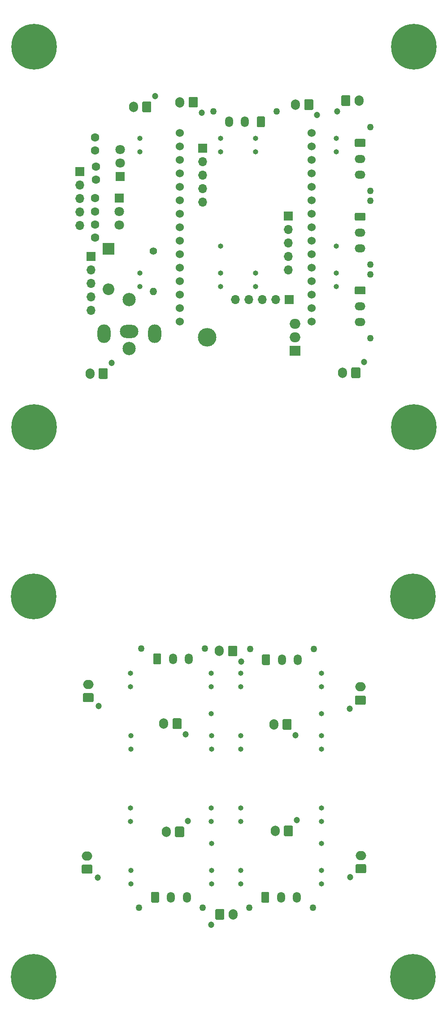
<source format=gbr>
G04 #@! TF.GenerationSoftware,KiCad,Pcbnew,5.1.5+dfsg1-2build2*
G04 #@! TF.CreationDate,2021-01-06T19:09:04+01:00*
G04 #@! TF.ProjectId,ariadne-v3-backup,61726961-646e-4652-9d76-332d6261636b,rev?*
G04 #@! TF.SameCoordinates,Original*
G04 #@! TF.FileFunction,Soldermask,Top*
G04 #@! TF.FilePolarity,Negative*
%FSLAX46Y46*%
G04 Gerber Fmt 4.6, Leading zero omitted, Abs format (unit mm)*
G04 Created by KiCad (PCBNEW 5.1.5+dfsg1-2build2) date 2021-01-06 19:09:04*
%MOMM*%
%LPD*%
G04 APERTURE LIST*
%ADD10C,0.100000*%
%ADD11O,1.700000X2.000000*%
%ADD12C,1.200000*%
%ADD13C,1.270000*%
%ADD14O,1.500000X2.020000*%
%ADD15O,1.000000X1.000000*%
%ADD16C,1.600000*%
%ADD17C,8.600000*%
%ADD18C,0.900000*%
%ADD19O,3.500000X2.500000*%
%ADD20O,2.500000X3.500000*%
%ADD21C,2.500000*%
%ADD22R,2.200000X2.200000*%
%ADD23O,2.200000X2.200000*%
%ADD24R,1.700000X1.700000*%
%ADD25O,1.700000X1.700000*%
%ADD26O,3.500000X3.500000*%
%ADD27R,2.000000X1.905000*%
%ADD28O,2.000000X1.905000*%
%ADD29C,1.400000*%
%ADD30O,1.400000X1.400000*%
%ADD31R,1.800000X1.800000*%
%ADD32C,1.800000*%
%ADD33C,1.524000*%
%ADD34O,2.020000X1.500000*%
%ADD35O,2.000000X1.700000*%
G04 APERTURE END LIST*
D10*
G36*
X34124504Y-153171204D02*
G01*
X34148773Y-153174804D01*
X34172571Y-153180765D01*
X34195671Y-153189030D01*
X34217849Y-153199520D01*
X34238893Y-153212133D01*
X34258598Y-153226747D01*
X34276777Y-153243223D01*
X34293253Y-153261402D01*
X34307867Y-153281107D01*
X34320480Y-153302151D01*
X34330970Y-153324329D01*
X34339235Y-153347429D01*
X34345196Y-153371227D01*
X34348796Y-153395496D01*
X34350000Y-153420000D01*
X34350000Y-154920000D01*
X34348796Y-154944504D01*
X34345196Y-154968773D01*
X34339235Y-154992571D01*
X34330970Y-155015671D01*
X34320480Y-155037849D01*
X34307867Y-155058893D01*
X34293253Y-155078598D01*
X34276777Y-155096777D01*
X34258598Y-155113253D01*
X34238893Y-155127867D01*
X34217849Y-155140480D01*
X34195671Y-155150970D01*
X34172571Y-155159235D01*
X34148773Y-155165196D01*
X34124504Y-155168796D01*
X34100000Y-155170000D01*
X32900000Y-155170000D01*
X32875496Y-155168796D01*
X32851227Y-155165196D01*
X32827429Y-155159235D01*
X32804329Y-155150970D01*
X32782151Y-155140480D01*
X32761107Y-155127867D01*
X32741402Y-155113253D01*
X32723223Y-155096777D01*
X32706747Y-155078598D01*
X32692133Y-155058893D01*
X32679520Y-155037849D01*
X32669030Y-155015671D01*
X32660765Y-154992571D01*
X32654804Y-154968773D01*
X32651204Y-154944504D01*
X32650000Y-154920000D01*
X32650000Y-153420000D01*
X32651204Y-153395496D01*
X32654804Y-153371227D01*
X32660765Y-153347429D01*
X32669030Y-153324329D01*
X32679520Y-153302151D01*
X32692133Y-153281107D01*
X32706747Y-153261402D01*
X32723223Y-153243223D01*
X32741402Y-153226747D01*
X32761107Y-153212133D01*
X32782151Y-153199520D01*
X32804329Y-153189030D01*
X32827429Y-153180765D01*
X32851227Y-153174804D01*
X32875496Y-153171204D01*
X32900000Y-153170000D01*
X34100000Y-153170000D01*
X34124504Y-153171204D01*
G37*
D11*
X31000000Y-154170000D03*
D12*
X35100000Y-152170000D03*
D13*
X46675000Y-168460000D03*
X58675000Y-168460000D03*
D10*
G36*
X50199504Y-165491204D02*
G01*
X50223773Y-165494804D01*
X50247571Y-165500765D01*
X50270671Y-165509030D01*
X50292849Y-165519520D01*
X50313893Y-165532133D01*
X50333598Y-165546747D01*
X50351777Y-165563223D01*
X50368253Y-165581402D01*
X50382867Y-165601107D01*
X50395480Y-165622151D01*
X50405970Y-165644329D01*
X50414235Y-165667429D01*
X50420196Y-165691227D01*
X50423796Y-165715496D01*
X50425000Y-165740000D01*
X50425000Y-167260000D01*
X50423796Y-167284504D01*
X50420196Y-167308773D01*
X50414235Y-167332571D01*
X50405970Y-167355671D01*
X50395480Y-167377849D01*
X50382867Y-167398893D01*
X50368253Y-167418598D01*
X50351777Y-167436777D01*
X50333598Y-167453253D01*
X50313893Y-167467867D01*
X50292849Y-167480480D01*
X50270671Y-167490970D01*
X50247571Y-167499235D01*
X50223773Y-167505196D01*
X50199504Y-167508796D01*
X50175000Y-167510000D01*
X49175000Y-167510000D01*
X49150496Y-167508796D01*
X49126227Y-167505196D01*
X49102429Y-167499235D01*
X49079329Y-167490970D01*
X49057151Y-167480480D01*
X49036107Y-167467867D01*
X49016402Y-167453253D01*
X48998223Y-167436777D01*
X48981747Y-167418598D01*
X48967133Y-167398893D01*
X48954520Y-167377849D01*
X48944030Y-167355671D01*
X48935765Y-167332571D01*
X48929804Y-167308773D01*
X48926204Y-167284504D01*
X48925000Y-167260000D01*
X48925000Y-165740000D01*
X48926204Y-165715496D01*
X48929804Y-165691227D01*
X48935765Y-165667429D01*
X48944030Y-165644329D01*
X48954520Y-165622151D01*
X48967133Y-165601107D01*
X48981747Y-165581402D01*
X48998223Y-165563223D01*
X49016402Y-165546747D01*
X49036107Y-165532133D01*
X49057151Y-165519520D01*
X49079329Y-165509030D01*
X49102429Y-165500765D01*
X49126227Y-165494804D01*
X49150496Y-165491204D01*
X49175000Y-165490000D01*
X50175000Y-165490000D01*
X50199504Y-165491204D01*
G37*
D14*
X52675000Y-166500000D03*
X55675000Y-166500000D03*
X55825000Y-121700000D03*
X52825000Y-121700000D03*
D10*
G36*
X50349504Y-120691204D02*
G01*
X50373773Y-120694804D01*
X50397571Y-120700765D01*
X50420671Y-120709030D01*
X50442849Y-120719520D01*
X50463893Y-120732133D01*
X50483598Y-120746747D01*
X50501777Y-120763223D01*
X50518253Y-120781402D01*
X50532867Y-120801107D01*
X50545480Y-120822151D01*
X50555970Y-120844329D01*
X50564235Y-120867429D01*
X50570196Y-120891227D01*
X50573796Y-120915496D01*
X50575000Y-120940000D01*
X50575000Y-122460000D01*
X50573796Y-122484504D01*
X50570196Y-122508773D01*
X50564235Y-122532571D01*
X50555970Y-122555671D01*
X50545480Y-122577849D01*
X50532867Y-122598893D01*
X50518253Y-122618598D01*
X50501777Y-122636777D01*
X50483598Y-122653253D01*
X50463893Y-122667867D01*
X50442849Y-122680480D01*
X50420671Y-122690970D01*
X50397571Y-122699235D01*
X50373773Y-122705196D01*
X50349504Y-122708796D01*
X50325000Y-122710000D01*
X49325000Y-122710000D01*
X49300496Y-122708796D01*
X49276227Y-122705196D01*
X49252429Y-122699235D01*
X49229329Y-122690970D01*
X49207151Y-122680480D01*
X49186107Y-122667867D01*
X49166402Y-122653253D01*
X49148223Y-122636777D01*
X49131747Y-122618598D01*
X49117133Y-122598893D01*
X49104520Y-122577849D01*
X49094030Y-122555671D01*
X49085765Y-122532571D01*
X49079804Y-122508773D01*
X49076204Y-122484504D01*
X49075000Y-122460000D01*
X49075000Y-120940000D01*
X49076204Y-120915496D01*
X49079804Y-120891227D01*
X49085765Y-120867429D01*
X49094030Y-120844329D01*
X49104520Y-120822151D01*
X49117133Y-120801107D01*
X49131747Y-120781402D01*
X49148223Y-120763223D01*
X49166402Y-120746747D01*
X49186107Y-120732133D01*
X49207151Y-120719520D01*
X49229329Y-120709030D01*
X49252429Y-120700765D01*
X49276227Y-120694804D01*
X49300496Y-120691204D01*
X49325000Y-120690000D01*
X50325000Y-120690000D01*
X50349504Y-120691204D01*
G37*
D13*
X58825000Y-119740000D03*
X46825000Y-119740000D03*
D15*
X24255000Y-152190000D03*
X24255000Y-149650000D03*
X24255000Y-126790000D03*
X24255000Y-124250000D03*
X39495000Y-131870000D03*
X39495000Y-124250000D03*
X39495000Y-126790000D03*
X39495000Y-149650000D03*
X39495000Y-152190000D03*
D16*
X17550000Y-25725000D03*
X17550000Y-23225000D03*
X17575000Y-37225000D03*
X17575000Y-34725000D03*
X17700000Y-28750000D03*
X17700000Y-31250000D03*
X17525000Y-39650000D03*
X17525000Y-42150000D03*
D15*
X26030000Y-23410000D03*
X26030000Y-25950000D03*
X26030000Y-48810000D03*
X26030000Y-51350000D03*
X41270000Y-43730000D03*
X41270000Y-51350000D03*
X41270000Y-48810000D03*
X41270000Y-25950000D03*
X41270000Y-23410000D03*
X47855000Y-23410000D03*
X47855000Y-25950000D03*
X47855000Y-48810000D03*
X47855000Y-51350000D03*
X63095000Y-43730000D03*
X63095000Y-51350000D03*
X63095000Y-48810000D03*
X63095000Y-25950000D03*
X63095000Y-23410000D03*
X45055000Y-136060000D03*
X45055000Y-138600000D03*
X45055000Y-161460000D03*
X45055000Y-164000000D03*
X60295000Y-156380000D03*
X60295000Y-164000000D03*
X60295000Y-161460000D03*
X60295000Y-138600000D03*
X60295000Y-136060000D03*
X45055000Y-152190000D03*
X45055000Y-149650000D03*
X45055000Y-126790000D03*
X45055000Y-124250000D03*
X60295000Y-131870000D03*
X60295000Y-124250000D03*
X60295000Y-126790000D03*
X60295000Y-149650000D03*
X60295000Y-152190000D03*
X24305000Y-136060000D03*
X24305000Y-138600000D03*
X24305000Y-161460000D03*
X24305000Y-164000000D03*
X39545000Y-156380000D03*
X39545000Y-164000000D03*
X39545000Y-161460000D03*
X39545000Y-138600000D03*
X39545000Y-136060000D03*
D17*
X5900000Y-109800000D03*
D18*
X9125000Y-109800000D03*
X8180419Y-112080419D03*
X5900000Y-113025000D03*
X3619581Y-112080419D03*
X2675000Y-109800000D03*
X3619581Y-107519581D03*
X5900000Y-106575000D03*
X8180419Y-107519581D03*
X79880419Y-107519581D03*
X77600000Y-106575000D03*
X75319581Y-107519581D03*
X74375000Y-109800000D03*
X75319581Y-112080419D03*
X77600000Y-113025000D03*
X79880419Y-112080419D03*
X80825000Y-109800000D03*
D17*
X77600000Y-109800000D03*
D18*
X79880419Y-179219581D03*
X77600000Y-178275000D03*
X75319581Y-179219581D03*
X74375000Y-181500000D03*
X75319581Y-183780419D03*
X77600000Y-184725000D03*
X79880419Y-183780419D03*
X80825000Y-181500000D03*
D17*
X77600000Y-181500000D03*
D18*
X8180419Y-179219581D03*
X5900000Y-178275000D03*
X3619581Y-179219581D03*
X2675000Y-181500000D03*
X3619581Y-183780419D03*
X5900000Y-184725000D03*
X8180419Y-183780419D03*
X9125000Y-181500000D03*
D17*
X5900000Y-181500000D03*
X77700000Y-77900000D03*
D18*
X80925000Y-77900000D03*
X79980419Y-80180419D03*
X77700000Y-81125000D03*
X75419581Y-80180419D03*
X74475000Y-77900000D03*
X75419581Y-75619581D03*
X77700000Y-74675000D03*
X79980419Y-75619581D03*
D17*
X6000000Y-77900000D03*
D18*
X9225000Y-77900000D03*
X8280419Y-80180419D03*
X6000000Y-81125000D03*
X3719581Y-80180419D03*
X2775000Y-77900000D03*
X3719581Y-75619581D03*
X6000000Y-74675000D03*
X8280419Y-75619581D03*
D17*
X77700000Y-6200000D03*
D18*
X80925000Y-6200000D03*
X79980419Y-8480419D03*
X77700000Y-9425000D03*
X75419581Y-8480419D03*
X74475000Y-6200000D03*
X75419581Y-3919581D03*
X77700000Y-2975000D03*
X79980419Y-3919581D03*
X8280419Y-3919581D03*
X6000000Y-2975000D03*
X3719581Y-3919581D03*
X2775000Y-6200000D03*
X3719581Y-8480419D03*
X6000000Y-9425000D03*
X8280419Y-8480419D03*
X9225000Y-6200000D03*
D17*
X6000000Y-6200000D03*
D19*
X24000000Y-59800000D03*
D20*
X19200000Y-60300000D03*
X28800000Y-60300000D03*
D21*
X24000000Y-53800000D03*
X24000000Y-63050000D03*
D22*
X20075000Y-44225000D03*
D23*
X20075000Y-51845000D03*
D24*
X54000000Y-38100000D03*
D25*
X54000000Y-40640000D03*
X54000000Y-43180000D03*
X54000000Y-45720000D03*
X54000000Y-48260000D03*
X44015000Y-53825000D03*
X46555000Y-53825000D03*
X49095000Y-53825000D03*
X51635000Y-53825000D03*
D24*
X54175000Y-53825000D03*
X14625000Y-29700000D03*
D25*
X14625000Y-32240000D03*
X14625000Y-34780000D03*
X14625000Y-37320000D03*
X14625000Y-39860000D03*
D24*
X16800000Y-45725000D03*
D25*
X16800000Y-48265000D03*
X16800000Y-50805000D03*
X16800000Y-53345000D03*
X16800000Y-55885000D03*
X37875000Y-35460000D03*
X37875000Y-32920000D03*
X37875000Y-30380000D03*
X37875000Y-27840000D03*
D24*
X37875000Y-25300000D03*
D26*
X38665000Y-60960000D03*
D27*
X55325000Y-63500000D03*
D28*
X55325000Y-60960000D03*
X55325000Y-58420000D03*
D29*
X28525000Y-44675000D03*
D30*
X28525000Y-52295000D03*
D10*
G36*
X54434504Y-132931204D02*
G01*
X54458773Y-132934804D01*
X54482571Y-132940765D01*
X54505671Y-132949030D01*
X54527849Y-132959520D01*
X54548893Y-132972133D01*
X54568598Y-132986747D01*
X54586777Y-133003223D01*
X54603253Y-133021402D01*
X54617867Y-133041107D01*
X54630480Y-133062151D01*
X54640970Y-133084329D01*
X54649235Y-133107429D01*
X54655196Y-133131227D01*
X54658796Y-133155496D01*
X54660000Y-133180000D01*
X54660000Y-134680000D01*
X54658796Y-134704504D01*
X54655196Y-134728773D01*
X54649235Y-134752571D01*
X54640970Y-134775671D01*
X54630480Y-134797849D01*
X54617867Y-134818893D01*
X54603253Y-134838598D01*
X54586777Y-134856777D01*
X54568598Y-134873253D01*
X54548893Y-134887867D01*
X54527849Y-134900480D01*
X54505671Y-134910970D01*
X54482571Y-134919235D01*
X54458773Y-134925196D01*
X54434504Y-134928796D01*
X54410000Y-134930000D01*
X53210000Y-134930000D01*
X53185496Y-134928796D01*
X53161227Y-134925196D01*
X53137429Y-134919235D01*
X53114329Y-134910970D01*
X53092151Y-134900480D01*
X53071107Y-134887867D01*
X53051402Y-134873253D01*
X53033223Y-134856777D01*
X53016747Y-134838598D01*
X53002133Y-134818893D01*
X52989520Y-134797849D01*
X52979030Y-134775671D01*
X52970765Y-134752571D01*
X52964804Y-134728773D01*
X52961204Y-134704504D01*
X52960000Y-134680000D01*
X52960000Y-133180000D01*
X52961204Y-133155496D01*
X52964804Y-133131227D01*
X52970765Y-133107429D01*
X52979030Y-133084329D01*
X52989520Y-133062151D01*
X53002133Y-133041107D01*
X53016747Y-133021402D01*
X53033223Y-133003223D01*
X53051402Y-132986747D01*
X53071107Y-132972133D01*
X53092151Y-132959520D01*
X53114329Y-132949030D01*
X53137429Y-132940765D01*
X53161227Y-132934804D01*
X53185496Y-132931204D01*
X53210000Y-132930000D01*
X54410000Y-132930000D01*
X54434504Y-132931204D01*
G37*
D11*
X51310000Y-133930000D03*
D12*
X55410000Y-135930000D03*
D10*
G36*
X36704504Y-15621204D02*
G01*
X36728773Y-15624804D01*
X36752571Y-15630765D01*
X36775671Y-15639030D01*
X36797849Y-15649520D01*
X36818893Y-15662133D01*
X36838598Y-15676747D01*
X36856777Y-15693223D01*
X36873253Y-15711402D01*
X36887867Y-15731107D01*
X36900480Y-15752151D01*
X36910970Y-15774329D01*
X36919235Y-15797429D01*
X36925196Y-15821227D01*
X36928796Y-15845496D01*
X36930000Y-15870000D01*
X36930000Y-17370000D01*
X36928796Y-17394504D01*
X36925196Y-17418773D01*
X36919235Y-17442571D01*
X36910970Y-17465671D01*
X36900480Y-17487849D01*
X36887867Y-17508893D01*
X36873253Y-17528598D01*
X36856777Y-17546777D01*
X36838598Y-17563253D01*
X36818893Y-17577867D01*
X36797849Y-17590480D01*
X36775671Y-17600970D01*
X36752571Y-17609235D01*
X36728773Y-17615196D01*
X36704504Y-17618796D01*
X36680000Y-17620000D01*
X35480000Y-17620000D01*
X35455496Y-17618796D01*
X35431227Y-17615196D01*
X35407429Y-17609235D01*
X35384329Y-17600970D01*
X35362151Y-17590480D01*
X35341107Y-17577867D01*
X35321402Y-17563253D01*
X35303223Y-17546777D01*
X35286747Y-17528598D01*
X35272133Y-17508893D01*
X35259520Y-17487849D01*
X35249030Y-17465671D01*
X35240765Y-17442571D01*
X35234804Y-17418773D01*
X35231204Y-17394504D01*
X35230000Y-17370000D01*
X35230000Y-15870000D01*
X35231204Y-15845496D01*
X35234804Y-15821227D01*
X35240765Y-15797429D01*
X35249030Y-15774329D01*
X35259520Y-15752151D01*
X35272133Y-15731107D01*
X35286747Y-15711402D01*
X35303223Y-15693223D01*
X35321402Y-15676747D01*
X35341107Y-15662133D01*
X35362151Y-15649520D01*
X35384329Y-15639030D01*
X35407429Y-15630765D01*
X35431227Y-15624804D01*
X35455496Y-15621204D01*
X35480000Y-15620000D01*
X36680000Y-15620000D01*
X36704504Y-15621204D01*
G37*
D11*
X33580000Y-16620000D03*
D12*
X37680000Y-18620000D03*
D31*
X22275000Y-30650000D03*
D32*
X22275000Y-28110000D03*
X22275000Y-25570000D03*
X22150000Y-39805000D03*
X22150000Y-37265000D03*
D31*
X22150000Y-34725000D03*
D12*
X59490000Y-19070000D03*
D11*
X55390000Y-17070000D03*
D10*
G36*
X58514504Y-16071204D02*
G01*
X58538773Y-16074804D01*
X58562571Y-16080765D01*
X58585671Y-16089030D01*
X58607849Y-16099520D01*
X58628893Y-16112133D01*
X58648598Y-16126747D01*
X58666777Y-16143223D01*
X58683253Y-16161402D01*
X58697867Y-16181107D01*
X58710480Y-16202151D01*
X58720970Y-16224329D01*
X58729235Y-16247429D01*
X58735196Y-16271227D01*
X58738796Y-16295496D01*
X58740000Y-16320000D01*
X58740000Y-17820000D01*
X58738796Y-17844504D01*
X58735196Y-17868773D01*
X58729235Y-17892571D01*
X58720970Y-17915671D01*
X58710480Y-17937849D01*
X58697867Y-17958893D01*
X58683253Y-17978598D01*
X58666777Y-17996777D01*
X58648598Y-18013253D01*
X58628893Y-18027867D01*
X58607849Y-18040480D01*
X58585671Y-18050970D01*
X58562571Y-18059235D01*
X58538773Y-18065196D01*
X58514504Y-18068796D01*
X58490000Y-18070000D01*
X57290000Y-18070000D01*
X57265496Y-18068796D01*
X57241227Y-18065196D01*
X57217429Y-18059235D01*
X57194329Y-18050970D01*
X57172151Y-18040480D01*
X57151107Y-18027867D01*
X57131402Y-18013253D01*
X57113223Y-17996777D01*
X57096747Y-17978598D01*
X57082133Y-17958893D01*
X57069520Y-17937849D01*
X57059030Y-17915671D01*
X57050765Y-17892571D01*
X57044804Y-17868773D01*
X57041204Y-17844504D01*
X57040000Y-17820000D01*
X57040000Y-16320000D01*
X57041204Y-16295496D01*
X57044804Y-16271227D01*
X57050765Y-16247429D01*
X57059030Y-16224329D01*
X57069520Y-16202151D01*
X57082133Y-16181107D01*
X57096747Y-16161402D01*
X57113223Y-16143223D01*
X57131402Y-16126747D01*
X57151107Y-16112133D01*
X57172151Y-16099520D01*
X57194329Y-16089030D01*
X57217429Y-16080765D01*
X57241227Y-16074804D01*
X57265496Y-16071204D01*
X57290000Y-16070000D01*
X58490000Y-16070000D01*
X58514504Y-16071204D01*
G37*
D33*
X58396000Y-57984000D03*
X58396000Y-55444000D03*
X58396000Y-52904000D03*
X58396000Y-50364000D03*
X58396000Y-47824000D03*
X58396000Y-45284000D03*
X58396000Y-42744000D03*
X58396000Y-40204000D03*
X58396000Y-37664000D03*
X58396000Y-35124000D03*
X58396000Y-32584000D03*
X58396000Y-30044000D03*
X58396000Y-27504000D03*
X58396000Y-24964000D03*
X58396000Y-24964000D03*
X58396000Y-22424000D03*
X33504000Y-22424000D03*
X33504000Y-24964000D03*
X33504000Y-27504000D03*
X33504000Y-30044000D03*
X33504000Y-32584000D03*
X33504000Y-35124000D03*
X33504000Y-37664000D03*
X33504000Y-40204000D03*
X33504000Y-42744000D03*
X33504000Y-45284000D03*
X33504000Y-47824000D03*
X33504000Y-50364000D03*
X33504000Y-52904000D03*
X33504000Y-55444000D03*
X33504000Y-57984000D03*
D10*
G36*
X33644504Y-132781204D02*
G01*
X33668773Y-132784804D01*
X33692571Y-132790765D01*
X33715671Y-132799030D01*
X33737849Y-132809520D01*
X33758893Y-132822133D01*
X33778598Y-132836747D01*
X33796777Y-132853223D01*
X33813253Y-132871402D01*
X33827867Y-132891107D01*
X33840480Y-132912151D01*
X33850970Y-132934329D01*
X33859235Y-132957429D01*
X33865196Y-132981227D01*
X33868796Y-133005496D01*
X33870000Y-133030000D01*
X33870000Y-134530000D01*
X33868796Y-134554504D01*
X33865196Y-134578773D01*
X33859235Y-134602571D01*
X33850970Y-134625671D01*
X33840480Y-134647849D01*
X33827867Y-134668893D01*
X33813253Y-134688598D01*
X33796777Y-134706777D01*
X33778598Y-134723253D01*
X33758893Y-134737867D01*
X33737849Y-134750480D01*
X33715671Y-134760970D01*
X33692571Y-134769235D01*
X33668773Y-134775196D01*
X33644504Y-134778796D01*
X33620000Y-134780000D01*
X32420000Y-134780000D01*
X32395496Y-134778796D01*
X32371227Y-134775196D01*
X32347429Y-134769235D01*
X32324329Y-134760970D01*
X32302151Y-134750480D01*
X32281107Y-134737867D01*
X32261402Y-134723253D01*
X32243223Y-134706777D01*
X32226747Y-134688598D01*
X32212133Y-134668893D01*
X32199520Y-134647849D01*
X32189030Y-134625671D01*
X32180765Y-134602571D01*
X32174804Y-134578773D01*
X32171204Y-134554504D01*
X32170000Y-134530000D01*
X32170000Y-133030000D01*
X32171204Y-133005496D01*
X32174804Y-132981227D01*
X32180765Y-132957429D01*
X32189030Y-132934329D01*
X32199520Y-132912151D01*
X32212133Y-132891107D01*
X32226747Y-132871402D01*
X32243223Y-132853223D01*
X32261402Y-132836747D01*
X32281107Y-132822133D01*
X32302151Y-132809520D01*
X32324329Y-132799030D01*
X32347429Y-132790765D01*
X32371227Y-132784804D01*
X32395496Y-132781204D01*
X32420000Y-132780000D01*
X33620000Y-132780000D01*
X33644504Y-132781204D01*
G37*
D11*
X30520000Y-133780000D03*
D12*
X34620000Y-135780000D03*
X55660000Y-152000000D03*
D11*
X51560000Y-154000000D03*
D10*
G36*
X54684504Y-153001204D02*
G01*
X54708773Y-153004804D01*
X54732571Y-153010765D01*
X54755671Y-153019030D01*
X54777849Y-153029520D01*
X54798893Y-153042133D01*
X54818598Y-153056747D01*
X54836777Y-153073223D01*
X54853253Y-153091402D01*
X54867867Y-153111107D01*
X54880480Y-153132151D01*
X54890970Y-153154329D01*
X54899235Y-153177429D01*
X54905196Y-153201227D01*
X54908796Y-153225496D01*
X54910000Y-153250000D01*
X54910000Y-154750000D01*
X54908796Y-154774504D01*
X54905196Y-154798773D01*
X54899235Y-154822571D01*
X54890970Y-154845671D01*
X54880480Y-154867849D01*
X54867867Y-154888893D01*
X54853253Y-154908598D01*
X54836777Y-154926777D01*
X54818598Y-154943253D01*
X54798893Y-154957867D01*
X54777849Y-154970480D01*
X54755671Y-154980970D01*
X54732571Y-154989235D01*
X54708773Y-154995196D01*
X54684504Y-154998796D01*
X54660000Y-155000000D01*
X53460000Y-155000000D01*
X53435496Y-154998796D01*
X53411227Y-154995196D01*
X53387429Y-154989235D01*
X53364329Y-154980970D01*
X53342151Y-154970480D01*
X53321107Y-154957867D01*
X53301402Y-154943253D01*
X53283223Y-154926777D01*
X53266747Y-154908598D01*
X53252133Y-154888893D01*
X53239520Y-154867849D01*
X53229030Y-154845671D01*
X53220765Y-154822571D01*
X53214804Y-154798773D01*
X53211204Y-154774504D01*
X53210000Y-154750000D01*
X53210000Y-153250000D01*
X53211204Y-153225496D01*
X53214804Y-153201227D01*
X53220765Y-153177429D01*
X53229030Y-153154329D01*
X53239520Y-153132151D01*
X53252133Y-153111107D01*
X53266747Y-153091402D01*
X53283223Y-153073223D01*
X53301402Y-153056747D01*
X53321107Y-153042133D01*
X53342151Y-153029520D01*
X53364329Y-153019030D01*
X53387429Y-153010765D01*
X53411227Y-153004804D01*
X53435496Y-153001204D01*
X53460000Y-153000000D01*
X54660000Y-153000000D01*
X54684504Y-153001204D01*
G37*
D12*
X63300000Y-18325000D03*
D11*
X67400000Y-16325000D03*
D10*
G36*
X65524504Y-15326204D02*
G01*
X65548773Y-15329804D01*
X65572571Y-15335765D01*
X65595671Y-15344030D01*
X65617849Y-15354520D01*
X65638893Y-15367133D01*
X65658598Y-15381747D01*
X65676777Y-15398223D01*
X65693253Y-15416402D01*
X65707867Y-15436107D01*
X65720480Y-15457151D01*
X65730970Y-15479329D01*
X65739235Y-15502429D01*
X65745196Y-15526227D01*
X65748796Y-15550496D01*
X65750000Y-15575000D01*
X65750000Y-17075000D01*
X65748796Y-17099504D01*
X65745196Y-17123773D01*
X65739235Y-17147571D01*
X65730970Y-17170671D01*
X65720480Y-17192849D01*
X65707867Y-17213893D01*
X65693253Y-17233598D01*
X65676777Y-17251777D01*
X65658598Y-17268253D01*
X65638893Y-17282867D01*
X65617849Y-17295480D01*
X65595671Y-17305970D01*
X65572571Y-17314235D01*
X65548773Y-17320196D01*
X65524504Y-17323796D01*
X65500000Y-17325000D01*
X64300000Y-17325000D01*
X64275496Y-17323796D01*
X64251227Y-17320196D01*
X64227429Y-17314235D01*
X64204329Y-17305970D01*
X64182151Y-17295480D01*
X64161107Y-17282867D01*
X64141402Y-17268253D01*
X64123223Y-17251777D01*
X64106747Y-17233598D01*
X64092133Y-17213893D01*
X64079520Y-17192849D01*
X64069030Y-17170671D01*
X64060765Y-17147571D01*
X64054804Y-17123773D01*
X64051204Y-17099504D01*
X64050000Y-17075000D01*
X64050000Y-15575000D01*
X64051204Y-15550496D01*
X64054804Y-15526227D01*
X64060765Y-15502429D01*
X64069030Y-15479329D01*
X64079520Y-15457151D01*
X64092133Y-15436107D01*
X64106747Y-15416402D01*
X64123223Y-15398223D01*
X64141402Y-15381747D01*
X64161107Y-15367133D01*
X64182151Y-15354520D01*
X64204329Y-15344030D01*
X64227429Y-15335765D01*
X64251227Y-15329804D01*
X64275496Y-15326204D01*
X64300000Y-15325000D01*
X65500000Y-15325000D01*
X65524504Y-15326204D01*
G37*
D12*
X28900000Y-15500000D03*
D11*
X24800000Y-17500000D03*
D10*
G36*
X27924504Y-16501204D02*
G01*
X27948773Y-16504804D01*
X27972571Y-16510765D01*
X27995671Y-16519030D01*
X28017849Y-16529520D01*
X28038893Y-16542133D01*
X28058598Y-16556747D01*
X28076777Y-16573223D01*
X28093253Y-16591402D01*
X28107867Y-16611107D01*
X28120480Y-16632151D01*
X28130970Y-16654329D01*
X28139235Y-16677429D01*
X28145196Y-16701227D01*
X28148796Y-16725496D01*
X28150000Y-16750000D01*
X28150000Y-18250000D01*
X28148796Y-18274504D01*
X28145196Y-18298773D01*
X28139235Y-18322571D01*
X28130970Y-18345671D01*
X28120480Y-18367849D01*
X28107867Y-18388893D01*
X28093253Y-18408598D01*
X28076777Y-18426777D01*
X28058598Y-18443253D01*
X28038893Y-18457867D01*
X28017849Y-18470480D01*
X27995671Y-18480970D01*
X27972571Y-18489235D01*
X27948773Y-18495196D01*
X27924504Y-18498796D01*
X27900000Y-18500000D01*
X26700000Y-18500000D01*
X26675496Y-18498796D01*
X26651227Y-18495196D01*
X26627429Y-18489235D01*
X26604329Y-18480970D01*
X26582151Y-18470480D01*
X26561107Y-18457867D01*
X26541402Y-18443253D01*
X26523223Y-18426777D01*
X26506747Y-18408598D01*
X26492133Y-18388893D01*
X26479520Y-18367849D01*
X26469030Y-18345671D01*
X26460765Y-18322571D01*
X26454804Y-18298773D01*
X26451204Y-18274504D01*
X26450000Y-18250000D01*
X26450000Y-16750000D01*
X26451204Y-16725496D01*
X26454804Y-16701227D01*
X26460765Y-16677429D01*
X26469030Y-16654329D01*
X26479520Y-16632151D01*
X26492133Y-16611107D01*
X26506747Y-16591402D01*
X26523223Y-16573223D01*
X26541402Y-16556747D01*
X26561107Y-16542133D01*
X26582151Y-16529520D01*
X26604329Y-16519030D01*
X26627429Y-16510765D01*
X26651227Y-16504804D01*
X26675496Y-16501204D01*
X26700000Y-16500000D01*
X27900000Y-16500000D01*
X27924504Y-16501204D01*
G37*
D34*
X67600000Y-30300000D03*
X67600000Y-27300000D03*
D10*
G36*
X68384504Y-23551204D02*
G01*
X68408773Y-23554804D01*
X68432571Y-23560765D01*
X68455671Y-23569030D01*
X68477849Y-23579520D01*
X68498893Y-23592133D01*
X68518598Y-23606747D01*
X68536777Y-23623223D01*
X68553253Y-23641402D01*
X68567867Y-23661107D01*
X68580480Y-23682151D01*
X68590970Y-23704329D01*
X68599235Y-23727429D01*
X68605196Y-23751227D01*
X68608796Y-23775496D01*
X68610000Y-23800000D01*
X68610000Y-24800000D01*
X68608796Y-24824504D01*
X68605196Y-24848773D01*
X68599235Y-24872571D01*
X68590970Y-24895671D01*
X68580480Y-24917849D01*
X68567867Y-24938893D01*
X68553253Y-24958598D01*
X68536777Y-24976777D01*
X68518598Y-24993253D01*
X68498893Y-25007867D01*
X68477849Y-25020480D01*
X68455671Y-25030970D01*
X68432571Y-25039235D01*
X68408773Y-25045196D01*
X68384504Y-25048796D01*
X68360000Y-25050000D01*
X66840000Y-25050000D01*
X66815496Y-25048796D01*
X66791227Y-25045196D01*
X66767429Y-25039235D01*
X66744329Y-25030970D01*
X66722151Y-25020480D01*
X66701107Y-25007867D01*
X66681402Y-24993253D01*
X66663223Y-24976777D01*
X66646747Y-24958598D01*
X66632133Y-24938893D01*
X66619520Y-24917849D01*
X66609030Y-24895671D01*
X66600765Y-24872571D01*
X66594804Y-24848773D01*
X66591204Y-24824504D01*
X66590000Y-24800000D01*
X66590000Y-23800000D01*
X66591204Y-23775496D01*
X66594804Y-23751227D01*
X66600765Y-23727429D01*
X66609030Y-23704329D01*
X66619520Y-23682151D01*
X66632133Y-23661107D01*
X66646747Y-23641402D01*
X66663223Y-23623223D01*
X66681402Y-23606747D01*
X66701107Y-23592133D01*
X66722151Y-23579520D01*
X66744329Y-23569030D01*
X66767429Y-23560765D01*
X66791227Y-23554804D01*
X66815496Y-23551204D01*
X66840000Y-23550000D01*
X68360000Y-23550000D01*
X68384504Y-23551204D01*
G37*
D13*
X69560000Y-33300000D03*
X69560000Y-21300000D03*
X26275000Y-119590000D03*
X38275000Y-119590000D03*
D10*
G36*
X29799504Y-120541204D02*
G01*
X29823773Y-120544804D01*
X29847571Y-120550765D01*
X29870671Y-120559030D01*
X29892849Y-120569520D01*
X29913893Y-120582133D01*
X29933598Y-120596747D01*
X29951777Y-120613223D01*
X29968253Y-120631402D01*
X29982867Y-120651107D01*
X29995480Y-120672151D01*
X30005970Y-120694329D01*
X30014235Y-120717429D01*
X30020196Y-120741227D01*
X30023796Y-120765496D01*
X30025000Y-120790000D01*
X30025000Y-122310000D01*
X30023796Y-122334504D01*
X30020196Y-122358773D01*
X30014235Y-122382571D01*
X30005970Y-122405671D01*
X29995480Y-122427849D01*
X29982867Y-122448893D01*
X29968253Y-122468598D01*
X29951777Y-122486777D01*
X29933598Y-122503253D01*
X29913893Y-122517867D01*
X29892849Y-122530480D01*
X29870671Y-122540970D01*
X29847571Y-122549235D01*
X29823773Y-122555196D01*
X29799504Y-122558796D01*
X29775000Y-122560000D01*
X28775000Y-122560000D01*
X28750496Y-122558796D01*
X28726227Y-122555196D01*
X28702429Y-122549235D01*
X28679329Y-122540970D01*
X28657151Y-122530480D01*
X28636107Y-122517867D01*
X28616402Y-122503253D01*
X28598223Y-122486777D01*
X28581747Y-122468598D01*
X28567133Y-122448893D01*
X28554520Y-122427849D01*
X28544030Y-122405671D01*
X28535765Y-122382571D01*
X28529804Y-122358773D01*
X28526204Y-122334504D01*
X28525000Y-122310000D01*
X28525000Y-120790000D01*
X28526204Y-120765496D01*
X28529804Y-120741227D01*
X28535765Y-120717429D01*
X28544030Y-120694329D01*
X28554520Y-120672151D01*
X28567133Y-120651107D01*
X28581747Y-120631402D01*
X28598223Y-120613223D01*
X28616402Y-120596747D01*
X28636107Y-120582133D01*
X28657151Y-120569520D01*
X28679329Y-120559030D01*
X28702429Y-120550765D01*
X28726227Y-120544804D01*
X28750496Y-120541204D01*
X28775000Y-120540000D01*
X29775000Y-120540000D01*
X29799504Y-120541204D01*
G37*
D14*
X32275000Y-121550000D03*
X35275000Y-121550000D03*
X42850000Y-20325000D03*
X45850000Y-20325000D03*
D10*
G36*
X49374504Y-19316204D02*
G01*
X49398773Y-19319804D01*
X49422571Y-19325765D01*
X49445671Y-19334030D01*
X49467849Y-19344520D01*
X49488893Y-19357133D01*
X49508598Y-19371747D01*
X49526777Y-19388223D01*
X49543253Y-19406402D01*
X49557867Y-19426107D01*
X49570480Y-19447151D01*
X49580970Y-19469329D01*
X49589235Y-19492429D01*
X49595196Y-19516227D01*
X49598796Y-19540496D01*
X49600000Y-19565000D01*
X49600000Y-21085000D01*
X49598796Y-21109504D01*
X49595196Y-21133773D01*
X49589235Y-21157571D01*
X49580970Y-21180671D01*
X49570480Y-21202849D01*
X49557867Y-21223893D01*
X49543253Y-21243598D01*
X49526777Y-21261777D01*
X49508598Y-21278253D01*
X49488893Y-21292867D01*
X49467849Y-21305480D01*
X49445671Y-21315970D01*
X49422571Y-21324235D01*
X49398773Y-21330196D01*
X49374504Y-21333796D01*
X49350000Y-21335000D01*
X48350000Y-21335000D01*
X48325496Y-21333796D01*
X48301227Y-21330196D01*
X48277429Y-21324235D01*
X48254329Y-21315970D01*
X48232151Y-21305480D01*
X48211107Y-21292867D01*
X48191402Y-21278253D01*
X48173223Y-21261777D01*
X48156747Y-21243598D01*
X48142133Y-21223893D01*
X48129520Y-21202849D01*
X48119030Y-21180671D01*
X48110765Y-21157571D01*
X48104804Y-21133773D01*
X48101204Y-21109504D01*
X48100000Y-21085000D01*
X48100000Y-19565000D01*
X48101204Y-19540496D01*
X48104804Y-19516227D01*
X48110765Y-19492429D01*
X48119030Y-19469329D01*
X48129520Y-19447151D01*
X48142133Y-19426107D01*
X48156747Y-19406402D01*
X48173223Y-19388223D01*
X48191402Y-19371747D01*
X48211107Y-19357133D01*
X48232151Y-19344520D01*
X48254329Y-19334030D01*
X48277429Y-19325765D01*
X48301227Y-19319804D01*
X48325496Y-19316204D01*
X48350000Y-19315000D01*
X49350000Y-19315000D01*
X49374504Y-19316204D01*
G37*
D13*
X39850000Y-18365000D03*
X51850000Y-18365000D03*
D14*
X34875000Y-166500000D03*
X31875000Y-166500000D03*
D10*
G36*
X29399504Y-165491204D02*
G01*
X29423773Y-165494804D01*
X29447571Y-165500765D01*
X29470671Y-165509030D01*
X29492849Y-165519520D01*
X29513893Y-165532133D01*
X29533598Y-165546747D01*
X29551777Y-165563223D01*
X29568253Y-165581402D01*
X29582867Y-165601107D01*
X29595480Y-165622151D01*
X29605970Y-165644329D01*
X29614235Y-165667429D01*
X29620196Y-165691227D01*
X29623796Y-165715496D01*
X29625000Y-165740000D01*
X29625000Y-167260000D01*
X29623796Y-167284504D01*
X29620196Y-167308773D01*
X29614235Y-167332571D01*
X29605970Y-167355671D01*
X29595480Y-167377849D01*
X29582867Y-167398893D01*
X29568253Y-167418598D01*
X29551777Y-167436777D01*
X29533598Y-167453253D01*
X29513893Y-167467867D01*
X29492849Y-167480480D01*
X29470671Y-167490970D01*
X29447571Y-167499235D01*
X29423773Y-167505196D01*
X29399504Y-167508796D01*
X29375000Y-167510000D01*
X28375000Y-167510000D01*
X28350496Y-167508796D01*
X28326227Y-167505196D01*
X28302429Y-167499235D01*
X28279329Y-167490970D01*
X28257151Y-167480480D01*
X28236107Y-167467867D01*
X28216402Y-167453253D01*
X28198223Y-167436777D01*
X28181747Y-167418598D01*
X28167133Y-167398893D01*
X28154520Y-167377849D01*
X28144030Y-167355671D01*
X28135765Y-167332571D01*
X28129804Y-167308773D01*
X28126204Y-167284504D01*
X28125000Y-167260000D01*
X28125000Y-165740000D01*
X28126204Y-165715496D01*
X28129804Y-165691227D01*
X28135765Y-165667429D01*
X28144030Y-165644329D01*
X28154520Y-165622151D01*
X28167133Y-165601107D01*
X28181747Y-165581402D01*
X28198223Y-165563223D01*
X28216402Y-165546747D01*
X28236107Y-165532133D01*
X28257151Y-165519520D01*
X28279329Y-165509030D01*
X28302429Y-165500765D01*
X28326227Y-165494804D01*
X28350496Y-165491204D01*
X28375000Y-165490000D01*
X29375000Y-165490000D01*
X29399504Y-165491204D01*
G37*
D13*
X37875000Y-168460000D03*
X25875000Y-168460000D03*
X69560000Y-35200000D03*
X69560000Y-47200000D03*
D10*
G36*
X68384504Y-37451204D02*
G01*
X68408773Y-37454804D01*
X68432571Y-37460765D01*
X68455671Y-37469030D01*
X68477849Y-37479520D01*
X68498893Y-37492133D01*
X68518598Y-37506747D01*
X68536777Y-37523223D01*
X68553253Y-37541402D01*
X68567867Y-37561107D01*
X68580480Y-37582151D01*
X68590970Y-37604329D01*
X68599235Y-37627429D01*
X68605196Y-37651227D01*
X68608796Y-37675496D01*
X68610000Y-37700000D01*
X68610000Y-38700000D01*
X68608796Y-38724504D01*
X68605196Y-38748773D01*
X68599235Y-38772571D01*
X68590970Y-38795671D01*
X68580480Y-38817849D01*
X68567867Y-38838893D01*
X68553253Y-38858598D01*
X68536777Y-38876777D01*
X68518598Y-38893253D01*
X68498893Y-38907867D01*
X68477849Y-38920480D01*
X68455671Y-38930970D01*
X68432571Y-38939235D01*
X68408773Y-38945196D01*
X68384504Y-38948796D01*
X68360000Y-38950000D01*
X66840000Y-38950000D01*
X66815496Y-38948796D01*
X66791227Y-38945196D01*
X66767429Y-38939235D01*
X66744329Y-38930970D01*
X66722151Y-38920480D01*
X66701107Y-38907867D01*
X66681402Y-38893253D01*
X66663223Y-38876777D01*
X66646747Y-38858598D01*
X66632133Y-38838893D01*
X66619520Y-38817849D01*
X66609030Y-38795671D01*
X66600765Y-38772571D01*
X66594804Y-38748773D01*
X66591204Y-38724504D01*
X66590000Y-38700000D01*
X66590000Y-37700000D01*
X66591204Y-37675496D01*
X66594804Y-37651227D01*
X66600765Y-37627429D01*
X66609030Y-37604329D01*
X66619520Y-37582151D01*
X66632133Y-37561107D01*
X66646747Y-37541402D01*
X66663223Y-37523223D01*
X66681402Y-37506747D01*
X66701107Y-37492133D01*
X66722151Y-37479520D01*
X66744329Y-37469030D01*
X66767429Y-37460765D01*
X66791227Y-37454804D01*
X66815496Y-37451204D01*
X66840000Y-37450000D01*
X68360000Y-37450000D01*
X68384504Y-37451204D01*
G37*
D34*
X67600000Y-41200000D03*
X67600000Y-44200000D03*
D13*
X69560000Y-49100000D03*
X69560000Y-61100000D03*
D10*
G36*
X68384504Y-51351204D02*
G01*
X68408773Y-51354804D01*
X68432571Y-51360765D01*
X68455671Y-51369030D01*
X68477849Y-51379520D01*
X68498893Y-51392133D01*
X68518598Y-51406747D01*
X68536777Y-51423223D01*
X68553253Y-51441402D01*
X68567867Y-51461107D01*
X68580480Y-51482151D01*
X68590970Y-51504329D01*
X68599235Y-51527429D01*
X68605196Y-51551227D01*
X68608796Y-51575496D01*
X68610000Y-51600000D01*
X68610000Y-52600000D01*
X68608796Y-52624504D01*
X68605196Y-52648773D01*
X68599235Y-52672571D01*
X68590970Y-52695671D01*
X68580480Y-52717849D01*
X68567867Y-52738893D01*
X68553253Y-52758598D01*
X68536777Y-52776777D01*
X68518598Y-52793253D01*
X68498893Y-52807867D01*
X68477849Y-52820480D01*
X68455671Y-52830970D01*
X68432571Y-52839235D01*
X68408773Y-52845196D01*
X68384504Y-52848796D01*
X68360000Y-52850000D01*
X66840000Y-52850000D01*
X66815496Y-52848796D01*
X66791227Y-52845196D01*
X66767429Y-52839235D01*
X66744329Y-52830970D01*
X66722151Y-52820480D01*
X66701107Y-52807867D01*
X66681402Y-52793253D01*
X66663223Y-52776777D01*
X66646747Y-52758598D01*
X66632133Y-52738893D01*
X66619520Y-52717849D01*
X66609030Y-52695671D01*
X66600765Y-52672571D01*
X66594804Y-52648773D01*
X66591204Y-52624504D01*
X66590000Y-52600000D01*
X66590000Y-51600000D01*
X66591204Y-51575496D01*
X66594804Y-51551227D01*
X66600765Y-51527429D01*
X66609030Y-51504329D01*
X66619520Y-51482151D01*
X66632133Y-51461107D01*
X66646747Y-51441402D01*
X66663223Y-51423223D01*
X66681402Y-51406747D01*
X66701107Y-51392133D01*
X66722151Y-51379520D01*
X66744329Y-51369030D01*
X66767429Y-51360765D01*
X66791227Y-51354804D01*
X66815496Y-51351204D01*
X66840000Y-51350000D01*
X68360000Y-51350000D01*
X68384504Y-51351204D01*
G37*
D34*
X67600000Y-55100000D03*
X67600000Y-58100000D03*
D12*
X18025000Y-162800000D03*
D35*
X16025000Y-158700000D03*
D10*
G36*
X16799504Y-160351204D02*
G01*
X16823773Y-160354804D01*
X16847571Y-160360765D01*
X16870671Y-160369030D01*
X16892849Y-160379520D01*
X16913893Y-160392133D01*
X16933598Y-160406747D01*
X16951777Y-160423223D01*
X16968253Y-160441402D01*
X16982867Y-160461107D01*
X16995480Y-160482151D01*
X17005970Y-160504329D01*
X17014235Y-160527429D01*
X17020196Y-160551227D01*
X17023796Y-160575496D01*
X17025000Y-160600000D01*
X17025000Y-161800000D01*
X17023796Y-161824504D01*
X17020196Y-161848773D01*
X17014235Y-161872571D01*
X17005970Y-161895671D01*
X16995480Y-161917849D01*
X16982867Y-161938893D01*
X16968253Y-161958598D01*
X16951777Y-161976777D01*
X16933598Y-161993253D01*
X16913893Y-162007867D01*
X16892849Y-162020480D01*
X16870671Y-162030970D01*
X16847571Y-162039235D01*
X16823773Y-162045196D01*
X16799504Y-162048796D01*
X16775000Y-162050000D01*
X15275000Y-162050000D01*
X15250496Y-162048796D01*
X15226227Y-162045196D01*
X15202429Y-162039235D01*
X15179329Y-162030970D01*
X15157151Y-162020480D01*
X15136107Y-162007867D01*
X15116402Y-161993253D01*
X15098223Y-161976777D01*
X15081747Y-161958598D01*
X15067133Y-161938893D01*
X15054520Y-161917849D01*
X15044030Y-161895671D01*
X15035765Y-161872571D01*
X15029804Y-161848773D01*
X15026204Y-161824504D01*
X15025000Y-161800000D01*
X15025000Y-160600000D01*
X15026204Y-160575496D01*
X15029804Y-160551227D01*
X15035765Y-160527429D01*
X15044030Y-160504329D01*
X15054520Y-160482151D01*
X15067133Y-160461107D01*
X15081747Y-160441402D01*
X15098223Y-160423223D01*
X15116402Y-160406747D01*
X15136107Y-160392133D01*
X15157151Y-160379520D01*
X15179329Y-160369030D01*
X15202429Y-160360765D01*
X15226227Y-160354804D01*
X15250496Y-160351204D01*
X15275000Y-160350000D01*
X16775000Y-160350000D01*
X16799504Y-160351204D01*
G37*
G36*
X68499504Y-160276204D02*
G01*
X68523773Y-160279804D01*
X68547571Y-160285765D01*
X68570671Y-160294030D01*
X68592849Y-160304520D01*
X68613893Y-160317133D01*
X68633598Y-160331747D01*
X68651777Y-160348223D01*
X68668253Y-160366402D01*
X68682867Y-160386107D01*
X68695480Y-160407151D01*
X68705970Y-160429329D01*
X68714235Y-160452429D01*
X68720196Y-160476227D01*
X68723796Y-160500496D01*
X68725000Y-160525000D01*
X68725000Y-161725000D01*
X68723796Y-161749504D01*
X68720196Y-161773773D01*
X68714235Y-161797571D01*
X68705970Y-161820671D01*
X68695480Y-161842849D01*
X68682867Y-161863893D01*
X68668253Y-161883598D01*
X68651777Y-161901777D01*
X68633598Y-161918253D01*
X68613893Y-161932867D01*
X68592849Y-161945480D01*
X68570671Y-161955970D01*
X68547571Y-161964235D01*
X68523773Y-161970196D01*
X68499504Y-161973796D01*
X68475000Y-161975000D01*
X66975000Y-161975000D01*
X66950496Y-161973796D01*
X66926227Y-161970196D01*
X66902429Y-161964235D01*
X66879329Y-161955970D01*
X66857151Y-161945480D01*
X66836107Y-161932867D01*
X66816402Y-161918253D01*
X66798223Y-161901777D01*
X66781747Y-161883598D01*
X66767133Y-161863893D01*
X66754520Y-161842849D01*
X66744030Y-161820671D01*
X66735765Y-161797571D01*
X66729804Y-161773773D01*
X66726204Y-161749504D01*
X66725000Y-161725000D01*
X66725000Y-160525000D01*
X66726204Y-160500496D01*
X66729804Y-160476227D01*
X66735765Y-160452429D01*
X66744030Y-160429329D01*
X66754520Y-160407151D01*
X66767133Y-160386107D01*
X66781747Y-160366402D01*
X66798223Y-160348223D01*
X66816402Y-160331747D01*
X66836107Y-160317133D01*
X66857151Y-160304520D01*
X66879329Y-160294030D01*
X66902429Y-160285765D01*
X66926227Y-160279804D01*
X66950496Y-160276204D01*
X66975000Y-160275000D01*
X68475000Y-160275000D01*
X68499504Y-160276204D01*
G37*
D35*
X67725000Y-158625000D03*
D12*
X65725000Y-162725000D03*
D10*
G36*
X19699504Y-66776204D02*
G01*
X19723773Y-66779804D01*
X19747571Y-66785765D01*
X19770671Y-66794030D01*
X19792849Y-66804520D01*
X19813893Y-66817133D01*
X19833598Y-66831747D01*
X19851777Y-66848223D01*
X19868253Y-66866402D01*
X19882867Y-66886107D01*
X19895480Y-66907151D01*
X19905970Y-66929329D01*
X19914235Y-66952429D01*
X19920196Y-66976227D01*
X19923796Y-67000496D01*
X19925000Y-67025000D01*
X19925000Y-68525000D01*
X19923796Y-68549504D01*
X19920196Y-68573773D01*
X19914235Y-68597571D01*
X19905970Y-68620671D01*
X19895480Y-68642849D01*
X19882867Y-68663893D01*
X19868253Y-68683598D01*
X19851777Y-68701777D01*
X19833598Y-68718253D01*
X19813893Y-68732867D01*
X19792849Y-68745480D01*
X19770671Y-68755970D01*
X19747571Y-68764235D01*
X19723773Y-68770196D01*
X19699504Y-68773796D01*
X19675000Y-68775000D01*
X18475000Y-68775000D01*
X18450496Y-68773796D01*
X18426227Y-68770196D01*
X18402429Y-68764235D01*
X18379329Y-68755970D01*
X18357151Y-68745480D01*
X18336107Y-68732867D01*
X18316402Y-68718253D01*
X18298223Y-68701777D01*
X18281747Y-68683598D01*
X18267133Y-68663893D01*
X18254520Y-68642849D01*
X18244030Y-68620671D01*
X18235765Y-68597571D01*
X18229804Y-68573773D01*
X18226204Y-68549504D01*
X18225000Y-68525000D01*
X18225000Y-67025000D01*
X18226204Y-67000496D01*
X18229804Y-66976227D01*
X18235765Y-66952429D01*
X18244030Y-66929329D01*
X18254520Y-66907151D01*
X18267133Y-66886107D01*
X18281747Y-66866402D01*
X18298223Y-66848223D01*
X18316402Y-66831747D01*
X18336107Y-66817133D01*
X18357151Y-66804520D01*
X18379329Y-66794030D01*
X18402429Y-66785765D01*
X18426227Y-66779804D01*
X18450496Y-66776204D01*
X18475000Y-66775000D01*
X19675000Y-66775000D01*
X19699504Y-66776204D01*
G37*
D11*
X16575000Y-67775000D03*
D12*
X20675000Y-65775000D03*
X68375000Y-65625000D03*
D11*
X64275000Y-67625000D03*
D10*
G36*
X67399504Y-66626204D02*
G01*
X67423773Y-66629804D01*
X67447571Y-66635765D01*
X67470671Y-66644030D01*
X67492849Y-66654520D01*
X67513893Y-66667133D01*
X67533598Y-66681747D01*
X67551777Y-66698223D01*
X67568253Y-66716402D01*
X67582867Y-66736107D01*
X67595480Y-66757151D01*
X67605970Y-66779329D01*
X67614235Y-66802429D01*
X67620196Y-66826227D01*
X67623796Y-66850496D01*
X67625000Y-66875000D01*
X67625000Y-68375000D01*
X67623796Y-68399504D01*
X67620196Y-68423773D01*
X67614235Y-68447571D01*
X67605970Y-68470671D01*
X67595480Y-68492849D01*
X67582867Y-68513893D01*
X67568253Y-68533598D01*
X67551777Y-68551777D01*
X67533598Y-68568253D01*
X67513893Y-68582867D01*
X67492849Y-68595480D01*
X67470671Y-68605970D01*
X67447571Y-68614235D01*
X67423773Y-68620196D01*
X67399504Y-68623796D01*
X67375000Y-68625000D01*
X66175000Y-68625000D01*
X66150496Y-68623796D01*
X66126227Y-68620196D01*
X66102429Y-68614235D01*
X66079329Y-68605970D01*
X66057151Y-68595480D01*
X66036107Y-68582867D01*
X66016402Y-68568253D01*
X65998223Y-68551777D01*
X65981747Y-68533598D01*
X65967133Y-68513893D01*
X65954520Y-68492849D01*
X65944030Y-68470671D01*
X65935765Y-68447571D01*
X65929804Y-68423773D01*
X65926204Y-68399504D01*
X65925000Y-68375000D01*
X65925000Y-66875000D01*
X65926204Y-66850496D01*
X65929804Y-66826227D01*
X65935765Y-66802429D01*
X65944030Y-66779329D01*
X65954520Y-66757151D01*
X65967133Y-66736107D01*
X65981747Y-66716402D01*
X65998223Y-66698223D01*
X66016402Y-66681747D01*
X66036107Y-66667133D01*
X66057151Y-66654520D01*
X66079329Y-66644030D01*
X66102429Y-66635765D01*
X66126227Y-66629804D01*
X66150496Y-66626204D01*
X66175000Y-66625000D01*
X67375000Y-66625000D01*
X67399504Y-66626204D01*
G37*
D12*
X65650000Y-130950000D03*
D35*
X67650000Y-126850000D03*
D10*
G36*
X68424504Y-128501204D02*
G01*
X68448773Y-128504804D01*
X68472571Y-128510765D01*
X68495671Y-128519030D01*
X68517849Y-128529520D01*
X68538893Y-128542133D01*
X68558598Y-128556747D01*
X68576777Y-128573223D01*
X68593253Y-128591402D01*
X68607867Y-128611107D01*
X68620480Y-128632151D01*
X68630970Y-128654329D01*
X68639235Y-128677429D01*
X68645196Y-128701227D01*
X68648796Y-128725496D01*
X68650000Y-128750000D01*
X68650000Y-129950000D01*
X68648796Y-129974504D01*
X68645196Y-129998773D01*
X68639235Y-130022571D01*
X68630970Y-130045671D01*
X68620480Y-130067849D01*
X68607867Y-130088893D01*
X68593253Y-130108598D01*
X68576777Y-130126777D01*
X68558598Y-130143253D01*
X68538893Y-130157867D01*
X68517849Y-130170480D01*
X68495671Y-130180970D01*
X68472571Y-130189235D01*
X68448773Y-130195196D01*
X68424504Y-130198796D01*
X68400000Y-130200000D01*
X66900000Y-130200000D01*
X66875496Y-130198796D01*
X66851227Y-130195196D01*
X66827429Y-130189235D01*
X66804329Y-130180970D01*
X66782151Y-130170480D01*
X66761107Y-130157867D01*
X66741402Y-130143253D01*
X66723223Y-130126777D01*
X66706747Y-130108598D01*
X66692133Y-130088893D01*
X66679520Y-130067849D01*
X66669030Y-130045671D01*
X66660765Y-130022571D01*
X66654804Y-129998773D01*
X66651204Y-129974504D01*
X66650000Y-129950000D01*
X66650000Y-128750000D01*
X66651204Y-128725496D01*
X66654804Y-128701227D01*
X66660765Y-128677429D01*
X66669030Y-128654329D01*
X66679520Y-128632151D01*
X66692133Y-128611107D01*
X66706747Y-128591402D01*
X66723223Y-128573223D01*
X66741402Y-128556747D01*
X66761107Y-128542133D01*
X66782151Y-128529520D01*
X66804329Y-128519030D01*
X66827429Y-128510765D01*
X66851227Y-128504804D01*
X66875496Y-128501204D01*
X66900000Y-128500000D01*
X68400000Y-128500000D01*
X68424504Y-128501204D01*
G37*
G36*
X41724504Y-168726204D02*
G01*
X41748773Y-168729804D01*
X41772571Y-168735765D01*
X41795671Y-168744030D01*
X41817849Y-168754520D01*
X41838893Y-168767133D01*
X41858598Y-168781747D01*
X41876777Y-168798223D01*
X41893253Y-168816402D01*
X41907867Y-168836107D01*
X41920480Y-168857151D01*
X41930970Y-168879329D01*
X41939235Y-168902429D01*
X41945196Y-168926227D01*
X41948796Y-168950496D01*
X41950000Y-168975000D01*
X41950000Y-170475000D01*
X41948796Y-170499504D01*
X41945196Y-170523773D01*
X41939235Y-170547571D01*
X41930970Y-170570671D01*
X41920480Y-170592849D01*
X41907867Y-170613893D01*
X41893253Y-170633598D01*
X41876777Y-170651777D01*
X41858598Y-170668253D01*
X41838893Y-170682867D01*
X41817849Y-170695480D01*
X41795671Y-170705970D01*
X41772571Y-170714235D01*
X41748773Y-170720196D01*
X41724504Y-170723796D01*
X41700000Y-170725000D01*
X40500000Y-170725000D01*
X40475496Y-170723796D01*
X40451227Y-170720196D01*
X40427429Y-170714235D01*
X40404329Y-170705970D01*
X40382151Y-170695480D01*
X40361107Y-170682867D01*
X40341402Y-170668253D01*
X40323223Y-170651777D01*
X40306747Y-170633598D01*
X40292133Y-170613893D01*
X40279520Y-170592849D01*
X40269030Y-170570671D01*
X40260765Y-170547571D01*
X40254804Y-170523773D01*
X40251204Y-170499504D01*
X40250000Y-170475000D01*
X40250000Y-168975000D01*
X40251204Y-168950496D01*
X40254804Y-168926227D01*
X40260765Y-168902429D01*
X40269030Y-168879329D01*
X40279520Y-168857151D01*
X40292133Y-168836107D01*
X40306747Y-168816402D01*
X40323223Y-168798223D01*
X40341402Y-168781747D01*
X40361107Y-168767133D01*
X40382151Y-168754520D01*
X40404329Y-168744030D01*
X40427429Y-168735765D01*
X40451227Y-168729804D01*
X40475496Y-168726204D01*
X40500000Y-168725000D01*
X41700000Y-168725000D01*
X41724504Y-168726204D01*
G37*
D11*
X43600000Y-169725000D03*
D12*
X39500000Y-171725000D03*
D10*
G36*
X44149504Y-119076204D02*
G01*
X44173773Y-119079804D01*
X44197571Y-119085765D01*
X44220671Y-119094030D01*
X44242849Y-119104520D01*
X44263893Y-119117133D01*
X44283598Y-119131747D01*
X44301777Y-119148223D01*
X44318253Y-119166402D01*
X44332867Y-119186107D01*
X44345480Y-119207151D01*
X44355970Y-119229329D01*
X44364235Y-119252429D01*
X44370196Y-119276227D01*
X44373796Y-119300496D01*
X44375000Y-119325000D01*
X44375000Y-120825000D01*
X44373796Y-120849504D01*
X44370196Y-120873773D01*
X44364235Y-120897571D01*
X44355970Y-120920671D01*
X44345480Y-120942849D01*
X44332867Y-120963893D01*
X44318253Y-120983598D01*
X44301777Y-121001777D01*
X44283598Y-121018253D01*
X44263893Y-121032867D01*
X44242849Y-121045480D01*
X44220671Y-121055970D01*
X44197571Y-121064235D01*
X44173773Y-121070196D01*
X44149504Y-121073796D01*
X44125000Y-121075000D01*
X42925000Y-121075000D01*
X42900496Y-121073796D01*
X42876227Y-121070196D01*
X42852429Y-121064235D01*
X42829329Y-121055970D01*
X42807151Y-121045480D01*
X42786107Y-121032867D01*
X42766402Y-121018253D01*
X42748223Y-121001777D01*
X42731747Y-120983598D01*
X42717133Y-120963893D01*
X42704520Y-120942849D01*
X42694030Y-120920671D01*
X42685765Y-120897571D01*
X42679804Y-120873773D01*
X42676204Y-120849504D01*
X42675000Y-120825000D01*
X42675000Y-119325000D01*
X42676204Y-119300496D01*
X42679804Y-119276227D01*
X42685765Y-119252429D01*
X42694030Y-119229329D01*
X42704520Y-119207151D01*
X42717133Y-119186107D01*
X42731747Y-119166402D01*
X42748223Y-119148223D01*
X42766402Y-119131747D01*
X42786107Y-119117133D01*
X42807151Y-119104520D01*
X42829329Y-119094030D01*
X42852429Y-119085765D01*
X42876227Y-119079804D01*
X42900496Y-119076204D01*
X42925000Y-119075000D01*
X44125000Y-119075000D01*
X44149504Y-119076204D01*
G37*
D11*
X41025000Y-120075000D03*
D12*
X45125000Y-122075000D03*
D10*
G36*
X17024504Y-128026204D02*
G01*
X17048773Y-128029804D01*
X17072571Y-128035765D01*
X17095671Y-128044030D01*
X17117849Y-128054520D01*
X17138893Y-128067133D01*
X17158598Y-128081747D01*
X17176777Y-128098223D01*
X17193253Y-128116402D01*
X17207867Y-128136107D01*
X17220480Y-128157151D01*
X17230970Y-128179329D01*
X17239235Y-128202429D01*
X17245196Y-128226227D01*
X17248796Y-128250496D01*
X17250000Y-128275000D01*
X17250000Y-129475000D01*
X17248796Y-129499504D01*
X17245196Y-129523773D01*
X17239235Y-129547571D01*
X17230970Y-129570671D01*
X17220480Y-129592849D01*
X17207867Y-129613893D01*
X17193253Y-129633598D01*
X17176777Y-129651777D01*
X17158598Y-129668253D01*
X17138893Y-129682867D01*
X17117849Y-129695480D01*
X17095671Y-129705970D01*
X17072571Y-129714235D01*
X17048773Y-129720196D01*
X17024504Y-129723796D01*
X17000000Y-129725000D01*
X15500000Y-129725000D01*
X15475496Y-129723796D01*
X15451227Y-129720196D01*
X15427429Y-129714235D01*
X15404329Y-129705970D01*
X15382151Y-129695480D01*
X15361107Y-129682867D01*
X15341402Y-129668253D01*
X15323223Y-129651777D01*
X15306747Y-129633598D01*
X15292133Y-129613893D01*
X15279520Y-129592849D01*
X15269030Y-129570671D01*
X15260765Y-129547571D01*
X15254804Y-129523773D01*
X15251204Y-129499504D01*
X15250000Y-129475000D01*
X15250000Y-128275000D01*
X15251204Y-128250496D01*
X15254804Y-128226227D01*
X15260765Y-128202429D01*
X15269030Y-128179329D01*
X15279520Y-128157151D01*
X15292133Y-128136107D01*
X15306747Y-128116402D01*
X15323223Y-128098223D01*
X15341402Y-128081747D01*
X15361107Y-128067133D01*
X15382151Y-128054520D01*
X15404329Y-128044030D01*
X15427429Y-128035765D01*
X15451227Y-128029804D01*
X15475496Y-128026204D01*
X15500000Y-128025000D01*
X17000000Y-128025000D01*
X17024504Y-128026204D01*
G37*
D35*
X16250000Y-126375000D03*
D12*
X18250000Y-130475000D03*
M02*

</source>
